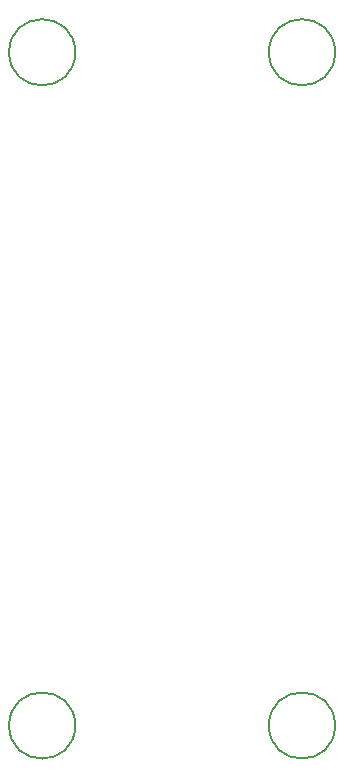
<source format=gbr>
%TF.GenerationSoftware,KiCad,Pcbnew,8.0.7-8.0.7-0~ubuntu22.04.1*%
%TF.CreationDate,2024-12-07T17:10:43+01:00*%
%TF.ProjectId,camera_360,63616d65-7261-45f3-9336-302e6b696361,rev?*%
%TF.SameCoordinates,Original*%
%TF.FileFunction,Other,Comment*%
%FSLAX46Y46*%
G04 Gerber Fmt 4.6, Leading zero omitted, Abs format (unit mm)*
G04 Created by KiCad (PCBNEW 8.0.7-8.0.7-0~ubuntu22.04.1) date 2024-12-07 17:10:43*
%MOMM*%
%LPD*%
G01*
G04 APERTURE LIST*
%ADD10C,0.150000*%
G04 APERTURE END LIST*
D10*
%TO.C,H3*%
X96800000Y-101000000D02*
G75*
G02*
X91200000Y-101000000I-2800000J0D01*
G01*
X91200000Y-101000000D02*
G75*
G02*
X96800000Y-101000000I2800000J0D01*
G01*
%TO.C,H4*%
X118800000Y-101000000D02*
G75*
G02*
X113200000Y-101000000I-2800000J0D01*
G01*
X113200000Y-101000000D02*
G75*
G02*
X118800000Y-101000000I2800000J0D01*
G01*
%TO.C,H1*%
X96800000Y-44000000D02*
G75*
G02*
X91200000Y-44000000I-2800000J0D01*
G01*
X91200000Y-44000000D02*
G75*
G02*
X96800000Y-44000000I2800000J0D01*
G01*
%TO.C,H2*%
X118800000Y-44000000D02*
G75*
G02*
X113200000Y-44000000I-2800000J0D01*
G01*
X113200000Y-44000000D02*
G75*
G02*
X118800000Y-44000000I2800000J0D01*
G01*
%TD*%
M02*

</source>
